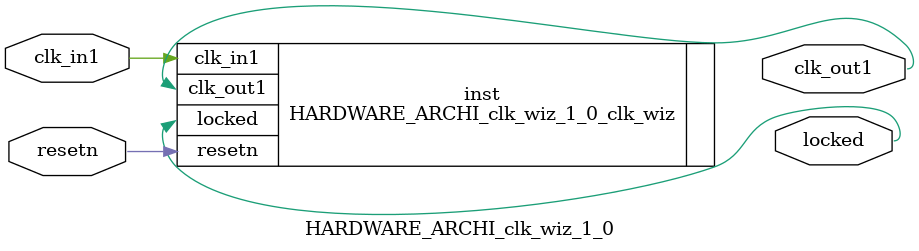
<source format=v>


`timescale 1ps/1ps

(* CORE_GENERATION_INFO = "HARDWARE_ARCHI_clk_wiz_1_0,clk_wiz_v6_0_11_0_0,{component_name=HARDWARE_ARCHI_clk_wiz_1_0,use_phase_alignment=true,use_min_o_jitter=false,use_max_i_jitter=false,use_dyn_phase_shift=false,use_inclk_switchover=false,use_dyn_reconfig=false,enable_axi=0,feedback_source=FDBK_AUTO,PRIMITIVE=MMCM,num_out_clk=1,clkin1_period=10.000,clkin2_period=10.000,use_power_down=false,use_reset=true,use_locked=true,use_inclk_stopped=false,feedback_type=SINGLE,CLOCK_MGR_TYPE=NA,manual_override=false}" *)

module HARDWARE_ARCHI_clk_wiz_1_0 
 (
  // Clock out ports
  output        clk_out1,
  // Status and control signals
  input         resetn,
  output        locked,
 // Clock in ports
  input         clk_in1
 );

  HARDWARE_ARCHI_clk_wiz_1_0_clk_wiz inst
  (
  // Clock out ports  
  .clk_out1(clk_out1),
  // Status and control signals               
  .resetn(resetn), 
  .locked(locked),
 // Clock in ports
  .clk_in1(clk_in1)
  );

endmodule

</source>
